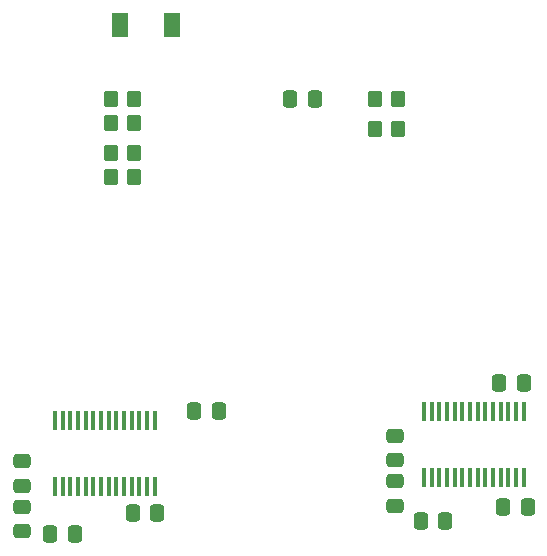
<source format=gbr>
%TF.GenerationSoftware,KiCad,Pcbnew,7.0.1*%
%TF.CreationDate,2023-04-02T16:12:04-04:00*%
%TF.ProjectId,board_v2,626f6172-645f-4763-922e-6b696361645f,rev?*%
%TF.SameCoordinates,Original*%
%TF.FileFunction,Paste,Top*%
%TF.FilePolarity,Positive*%
%FSLAX46Y46*%
G04 Gerber Fmt 4.6, Leading zero omitted, Abs format (unit mm)*
G04 Created by KiCad (PCBNEW 7.0.1) date 2023-04-02 16:12:04*
%MOMM*%
%LPD*%
G01*
G04 APERTURE LIST*
G04 Aperture macros list*
%AMRoundRect*
0 Rectangle with rounded corners*
0 $1 Rounding radius*
0 $2 $3 $4 $5 $6 $7 $8 $9 X,Y pos of 4 corners*
0 Add a 4 corners polygon primitive as box body*
4,1,4,$2,$3,$4,$5,$6,$7,$8,$9,$2,$3,0*
0 Add four circle primitives for the rounded corners*
1,1,$1+$1,$2,$3*
1,1,$1+$1,$4,$5*
1,1,$1+$1,$6,$7*
1,1,$1+$1,$8,$9*
0 Add four rect primitives between the rounded corners*
20,1,$1+$1,$2,$3,$4,$5,0*
20,1,$1+$1,$4,$5,$6,$7,0*
20,1,$1+$1,$6,$7,$8,$9,0*
20,1,$1+$1,$8,$9,$2,$3,0*%
G04 Aperture macros list end*
%ADD10C,0.010000*%
%ADD11RoundRect,0.250000X-0.337500X-0.475000X0.337500X-0.475000X0.337500X0.475000X-0.337500X0.475000X0*%
%ADD12RoundRect,0.250000X0.350000X0.450000X-0.350000X0.450000X-0.350000X-0.450000X0.350000X-0.450000X0*%
%ADD13RoundRect,0.250000X0.337500X0.475000X-0.337500X0.475000X-0.337500X-0.475000X0.337500X-0.475000X0*%
%ADD14RoundRect,0.250000X-0.475000X0.337500X-0.475000X-0.337500X0.475000X-0.337500X0.475000X0.337500X0*%
%ADD15RoundRect,0.250000X-0.350000X-0.450000X0.350000X-0.450000X0.350000X0.450000X-0.350000X0.450000X0*%
%ADD16R,1.400000X2.100000*%
G04 APERTURE END LIST*
%TO.C,U5*%
D10*
X114018000Y-109227000D02*
X113768000Y-109227000D01*
X113768000Y-107677000D01*
X114018000Y-107677000D01*
X114018000Y-109227000D01*
G36*
X114018000Y-109227000D02*
G01*
X113768000Y-109227000D01*
X113768000Y-107677000D01*
X114018000Y-107677000D01*
X114018000Y-109227000D01*
G37*
X114668000Y-114827000D02*
X114418000Y-114827000D01*
X114418000Y-113277000D01*
X114668000Y-113277000D01*
X114668000Y-114827000D01*
G36*
X114668000Y-114827000D02*
G01*
X114418000Y-114827000D01*
X114418000Y-113277000D01*
X114668000Y-113277000D01*
X114668000Y-114827000D01*
G37*
X111418000Y-114827000D02*
X111168000Y-114827000D01*
X111168000Y-113277000D01*
X111418000Y-113277000D01*
X111418000Y-114827000D01*
G36*
X111418000Y-114827000D02*
G01*
X111168000Y-114827000D01*
X111168000Y-113277000D01*
X111418000Y-113277000D01*
X111418000Y-114827000D01*
G37*
X116618000Y-109227000D02*
X116368000Y-109227000D01*
X116368000Y-107677000D01*
X116618000Y-107677000D01*
X116618000Y-109227000D01*
G36*
X116618000Y-109227000D02*
G01*
X116368000Y-109227000D01*
X116368000Y-107677000D01*
X116618000Y-107677000D01*
X116618000Y-109227000D01*
G37*
X112718000Y-114827000D02*
X112468000Y-114827000D01*
X112468000Y-113277000D01*
X112718000Y-113277000D01*
X112718000Y-114827000D01*
G36*
X112718000Y-114827000D02*
G01*
X112468000Y-114827000D01*
X112468000Y-113277000D01*
X112718000Y-113277000D01*
X112718000Y-114827000D01*
G37*
X112068000Y-109227000D02*
X111818000Y-109227000D01*
X111818000Y-107677000D01*
X112068000Y-107677000D01*
X112068000Y-109227000D01*
G36*
X112068000Y-109227000D02*
G01*
X111818000Y-109227000D01*
X111818000Y-107677000D01*
X112068000Y-107677000D01*
X112068000Y-109227000D01*
G37*
X116618000Y-114827000D02*
X116368000Y-114827000D01*
X116368000Y-113277000D01*
X116618000Y-113277000D01*
X116618000Y-114827000D01*
G36*
X116618000Y-114827000D02*
G01*
X116368000Y-114827000D01*
X116368000Y-113277000D01*
X116618000Y-113277000D01*
X116618000Y-114827000D01*
G37*
X109468000Y-114827000D02*
X109218000Y-114827000D01*
X109218000Y-113277000D01*
X109468000Y-113277000D01*
X109468000Y-114827000D01*
G36*
X109468000Y-114827000D02*
G01*
X109218000Y-114827000D01*
X109218000Y-113277000D01*
X109468000Y-113277000D01*
X109468000Y-114827000D01*
G37*
X114018000Y-114827000D02*
X113768000Y-114827000D01*
X113768000Y-113277000D01*
X114018000Y-113277000D01*
X114018000Y-114827000D01*
G36*
X114018000Y-114827000D02*
G01*
X113768000Y-114827000D01*
X113768000Y-113277000D01*
X114018000Y-113277000D01*
X114018000Y-114827000D01*
G37*
X110118000Y-109227000D02*
X109868000Y-109227000D01*
X109868000Y-107677000D01*
X110118000Y-107677000D01*
X110118000Y-109227000D01*
G36*
X110118000Y-109227000D02*
G01*
X109868000Y-109227000D01*
X109868000Y-107677000D01*
X110118000Y-107677000D01*
X110118000Y-109227000D01*
G37*
X114668000Y-109227000D02*
X114418000Y-109227000D01*
X114418000Y-107677000D01*
X114668000Y-107677000D01*
X114668000Y-109227000D01*
G36*
X114668000Y-109227000D02*
G01*
X114418000Y-109227000D01*
X114418000Y-107677000D01*
X114668000Y-107677000D01*
X114668000Y-109227000D01*
G37*
X110768000Y-114827000D02*
X110518000Y-114827000D01*
X110518000Y-113277000D01*
X110768000Y-113277000D01*
X110768000Y-114827000D01*
G36*
X110768000Y-114827000D02*
G01*
X110518000Y-114827000D01*
X110518000Y-113277000D01*
X110768000Y-113277000D01*
X110768000Y-114827000D01*
G37*
X115318000Y-109227000D02*
X115068000Y-109227000D01*
X115068000Y-107677000D01*
X115318000Y-107677000D01*
X115318000Y-109227000D01*
G36*
X115318000Y-109227000D02*
G01*
X115068000Y-109227000D01*
X115068000Y-107677000D01*
X115318000Y-107677000D01*
X115318000Y-109227000D01*
G37*
X108168000Y-109227000D02*
X107918000Y-109227000D01*
X107918000Y-107677000D01*
X108168000Y-107677000D01*
X108168000Y-109227000D01*
G36*
X108168000Y-109227000D02*
G01*
X107918000Y-109227000D01*
X107918000Y-107677000D01*
X108168000Y-107677000D01*
X108168000Y-109227000D01*
G37*
X113368000Y-114827000D02*
X113118000Y-114827000D01*
X113118000Y-113277000D01*
X113368000Y-113277000D01*
X113368000Y-114827000D01*
G36*
X113368000Y-114827000D02*
G01*
X113118000Y-114827000D01*
X113118000Y-113277000D01*
X113368000Y-113277000D01*
X113368000Y-114827000D01*
G37*
X109468000Y-109227000D02*
X109218000Y-109227000D01*
X109218000Y-107677000D01*
X109468000Y-107677000D01*
X109468000Y-109227000D01*
G36*
X109468000Y-109227000D02*
G01*
X109218000Y-109227000D01*
X109218000Y-107677000D01*
X109468000Y-107677000D01*
X109468000Y-109227000D01*
G37*
X113368000Y-109227000D02*
X113118000Y-109227000D01*
X113118000Y-107677000D01*
X113368000Y-107677000D01*
X113368000Y-109227000D01*
G36*
X113368000Y-109227000D02*
G01*
X113118000Y-109227000D01*
X113118000Y-107677000D01*
X113368000Y-107677000D01*
X113368000Y-109227000D01*
G37*
X110768000Y-109227000D02*
X110518000Y-109227000D01*
X110518000Y-107677000D01*
X110768000Y-107677000D01*
X110768000Y-109227000D01*
G36*
X110768000Y-109227000D02*
G01*
X110518000Y-109227000D01*
X110518000Y-107677000D01*
X110768000Y-107677000D01*
X110768000Y-109227000D01*
G37*
X108168000Y-114827000D02*
X107918000Y-114827000D01*
X107918000Y-113277000D01*
X108168000Y-113277000D01*
X108168000Y-114827000D01*
G36*
X108168000Y-114827000D02*
G01*
X107918000Y-114827000D01*
X107918000Y-113277000D01*
X108168000Y-113277000D01*
X108168000Y-114827000D01*
G37*
X115968000Y-114827000D02*
X115718000Y-114827000D01*
X115718000Y-113277000D01*
X115968000Y-113277000D01*
X115968000Y-114827000D01*
G36*
X115968000Y-114827000D02*
G01*
X115718000Y-114827000D01*
X115718000Y-113277000D01*
X115968000Y-113277000D01*
X115968000Y-114827000D01*
G37*
X112068000Y-114827000D02*
X111818000Y-114827000D01*
X111818000Y-113277000D01*
X112068000Y-113277000D01*
X112068000Y-114827000D01*
G36*
X112068000Y-114827000D02*
G01*
X111818000Y-114827000D01*
X111818000Y-113277000D01*
X112068000Y-113277000D01*
X112068000Y-114827000D01*
G37*
X115318000Y-114827000D02*
X115068000Y-114827000D01*
X115068000Y-113277000D01*
X115318000Y-113277000D01*
X115318000Y-114827000D01*
G36*
X115318000Y-114827000D02*
G01*
X115068000Y-114827000D01*
X115068000Y-113277000D01*
X115318000Y-113277000D01*
X115318000Y-114827000D01*
G37*
X115968000Y-109227000D02*
X115718000Y-109227000D01*
X115718000Y-107677000D01*
X115968000Y-107677000D01*
X115968000Y-109227000D01*
G36*
X115968000Y-109227000D02*
G01*
X115718000Y-109227000D01*
X115718000Y-107677000D01*
X115968000Y-107677000D01*
X115968000Y-109227000D01*
G37*
X111418000Y-109227000D02*
X111168000Y-109227000D01*
X111168000Y-107677000D01*
X111418000Y-107677000D01*
X111418000Y-109227000D01*
G36*
X111418000Y-109227000D02*
G01*
X111168000Y-109227000D01*
X111168000Y-107677000D01*
X111418000Y-107677000D01*
X111418000Y-109227000D01*
G37*
X110118000Y-114827000D02*
X109868000Y-114827000D01*
X109868000Y-113277000D01*
X110118000Y-113277000D01*
X110118000Y-114827000D01*
G36*
X110118000Y-114827000D02*
G01*
X109868000Y-114827000D01*
X109868000Y-113277000D01*
X110118000Y-113277000D01*
X110118000Y-114827000D01*
G37*
X108818000Y-114827000D02*
X108568000Y-114827000D01*
X108568000Y-113277000D01*
X108818000Y-113277000D01*
X108818000Y-114827000D01*
G36*
X108818000Y-114827000D02*
G01*
X108568000Y-114827000D01*
X108568000Y-113277000D01*
X108818000Y-113277000D01*
X108818000Y-114827000D01*
G37*
X112718000Y-109227000D02*
X112468000Y-109227000D01*
X112468000Y-107677000D01*
X112718000Y-107677000D01*
X112718000Y-109227000D01*
G36*
X112718000Y-109227000D02*
G01*
X112468000Y-109227000D01*
X112468000Y-107677000D01*
X112718000Y-107677000D01*
X112718000Y-109227000D01*
G37*
X108818000Y-109227000D02*
X108568000Y-109227000D01*
X108568000Y-107677000D01*
X108818000Y-107677000D01*
X108818000Y-109227000D01*
G36*
X108818000Y-109227000D02*
G01*
X108568000Y-109227000D01*
X108568000Y-107677000D01*
X108818000Y-107677000D01*
X108818000Y-109227000D01*
G37*
%TO.C,U3*%
X145910000Y-114065000D02*
X145660000Y-114065000D01*
X145660000Y-112515000D01*
X145910000Y-112515000D01*
X145910000Y-114065000D01*
G36*
X145910000Y-114065000D02*
G01*
X145660000Y-114065000D01*
X145660000Y-112515000D01*
X145910000Y-112515000D01*
X145910000Y-114065000D01*
G37*
X147210000Y-114065000D02*
X146960000Y-114065000D01*
X146960000Y-112515000D01*
X147210000Y-112515000D01*
X147210000Y-114065000D01*
G36*
X147210000Y-114065000D02*
G01*
X146960000Y-114065000D01*
X146960000Y-112515000D01*
X147210000Y-112515000D01*
X147210000Y-114065000D01*
G37*
X140060000Y-114065000D02*
X139810000Y-114065000D01*
X139810000Y-112515000D01*
X140060000Y-112515000D01*
X140060000Y-114065000D01*
G36*
X140060000Y-114065000D02*
G01*
X139810000Y-114065000D01*
X139810000Y-112515000D01*
X140060000Y-112515000D01*
X140060000Y-114065000D01*
G37*
X143960000Y-108465000D02*
X143710000Y-108465000D01*
X143710000Y-106915000D01*
X143960000Y-106915000D01*
X143960000Y-108465000D01*
G36*
X143960000Y-108465000D02*
G01*
X143710000Y-108465000D01*
X143710000Y-106915000D01*
X143960000Y-106915000D01*
X143960000Y-108465000D01*
G37*
X145260000Y-108465000D02*
X145010000Y-108465000D01*
X145010000Y-106915000D01*
X145260000Y-106915000D01*
X145260000Y-108465000D01*
G36*
X145260000Y-108465000D02*
G01*
X145010000Y-108465000D01*
X145010000Y-106915000D01*
X145260000Y-106915000D01*
X145260000Y-108465000D01*
G37*
X140060000Y-108465000D02*
X139810000Y-108465000D01*
X139810000Y-106915000D01*
X140060000Y-106915000D01*
X140060000Y-108465000D01*
G36*
X140060000Y-108465000D02*
G01*
X139810000Y-108465000D01*
X139810000Y-106915000D01*
X140060000Y-106915000D01*
X140060000Y-108465000D01*
G37*
X146560000Y-114065000D02*
X146310000Y-114065000D01*
X146310000Y-112515000D01*
X146560000Y-112515000D01*
X146560000Y-114065000D01*
G36*
X146560000Y-114065000D02*
G01*
X146310000Y-114065000D01*
X146310000Y-112515000D01*
X146560000Y-112515000D01*
X146560000Y-114065000D01*
G37*
X147210000Y-108465000D02*
X146960000Y-108465000D01*
X146960000Y-106915000D01*
X147210000Y-106915000D01*
X147210000Y-108465000D01*
G36*
X147210000Y-108465000D02*
G01*
X146960000Y-108465000D01*
X146960000Y-106915000D01*
X147210000Y-106915000D01*
X147210000Y-108465000D01*
G37*
X147860000Y-114065000D02*
X147610000Y-114065000D01*
X147610000Y-112515000D01*
X147860000Y-112515000D01*
X147860000Y-114065000D01*
G36*
X147860000Y-114065000D02*
G01*
X147610000Y-114065000D01*
X147610000Y-112515000D01*
X147860000Y-112515000D01*
X147860000Y-114065000D01*
G37*
X143310000Y-114065000D02*
X143060000Y-114065000D01*
X143060000Y-112515000D01*
X143310000Y-112515000D01*
X143310000Y-114065000D01*
G36*
X143310000Y-114065000D02*
G01*
X143060000Y-114065000D01*
X143060000Y-112515000D01*
X143310000Y-112515000D01*
X143310000Y-114065000D01*
G37*
X144610000Y-108465000D02*
X144360000Y-108465000D01*
X144360000Y-106915000D01*
X144610000Y-106915000D01*
X144610000Y-108465000D01*
G36*
X144610000Y-108465000D02*
G01*
X144360000Y-108465000D01*
X144360000Y-106915000D01*
X144610000Y-106915000D01*
X144610000Y-108465000D01*
G37*
X139410000Y-114065000D02*
X139160000Y-114065000D01*
X139160000Y-112515000D01*
X139410000Y-112515000D01*
X139410000Y-114065000D01*
G36*
X139410000Y-114065000D02*
G01*
X139160000Y-114065000D01*
X139160000Y-112515000D01*
X139410000Y-112515000D01*
X139410000Y-114065000D01*
G37*
X145910000Y-108465000D02*
X145660000Y-108465000D01*
X145660000Y-106915000D01*
X145910000Y-106915000D01*
X145910000Y-108465000D01*
G36*
X145910000Y-108465000D02*
G01*
X145660000Y-108465000D01*
X145660000Y-106915000D01*
X145910000Y-106915000D01*
X145910000Y-108465000D01*
G37*
X141360000Y-114065000D02*
X141110000Y-114065000D01*
X141110000Y-112515000D01*
X141360000Y-112515000D01*
X141360000Y-114065000D01*
G36*
X141360000Y-114065000D02*
G01*
X141110000Y-114065000D01*
X141110000Y-112515000D01*
X141360000Y-112515000D01*
X141360000Y-114065000D01*
G37*
X147860000Y-108465000D02*
X147610000Y-108465000D01*
X147610000Y-106915000D01*
X147860000Y-106915000D01*
X147860000Y-108465000D01*
G36*
X147860000Y-108465000D02*
G01*
X147610000Y-108465000D01*
X147610000Y-106915000D01*
X147860000Y-106915000D01*
X147860000Y-108465000D01*
G37*
X140710000Y-108465000D02*
X140460000Y-108465000D01*
X140460000Y-106915000D01*
X140710000Y-106915000D01*
X140710000Y-108465000D01*
G36*
X140710000Y-108465000D02*
G01*
X140460000Y-108465000D01*
X140460000Y-106915000D01*
X140710000Y-106915000D01*
X140710000Y-108465000D01*
G37*
X146560000Y-108465000D02*
X146310000Y-108465000D01*
X146310000Y-106915000D01*
X146560000Y-106915000D01*
X146560000Y-108465000D01*
G36*
X146560000Y-108465000D02*
G01*
X146310000Y-108465000D01*
X146310000Y-106915000D01*
X146560000Y-106915000D01*
X146560000Y-108465000D01*
G37*
X139410000Y-108465000D02*
X139160000Y-108465000D01*
X139160000Y-106915000D01*
X139410000Y-106915000D01*
X139410000Y-108465000D01*
G36*
X139410000Y-108465000D02*
G01*
X139160000Y-108465000D01*
X139160000Y-106915000D01*
X139410000Y-106915000D01*
X139410000Y-108465000D01*
G37*
X142010000Y-114065000D02*
X141760000Y-114065000D01*
X141760000Y-112515000D01*
X142010000Y-112515000D01*
X142010000Y-114065000D01*
G36*
X142010000Y-114065000D02*
G01*
X141760000Y-114065000D01*
X141760000Y-112515000D01*
X142010000Y-112515000D01*
X142010000Y-114065000D01*
G37*
X141360000Y-108465000D02*
X141110000Y-108465000D01*
X141110000Y-106915000D01*
X141360000Y-106915000D01*
X141360000Y-108465000D01*
G36*
X141360000Y-108465000D02*
G01*
X141110000Y-108465000D01*
X141110000Y-106915000D01*
X141360000Y-106915000D01*
X141360000Y-108465000D01*
G37*
X142660000Y-114065000D02*
X142410000Y-114065000D01*
X142410000Y-112515000D01*
X142660000Y-112515000D01*
X142660000Y-114065000D01*
G36*
X142660000Y-114065000D02*
G01*
X142410000Y-114065000D01*
X142410000Y-112515000D01*
X142660000Y-112515000D01*
X142660000Y-114065000D01*
G37*
X143310000Y-108465000D02*
X143060000Y-108465000D01*
X143060000Y-106915000D01*
X143310000Y-106915000D01*
X143310000Y-108465000D01*
G36*
X143310000Y-108465000D02*
G01*
X143060000Y-108465000D01*
X143060000Y-106915000D01*
X143310000Y-106915000D01*
X143310000Y-108465000D01*
G37*
X142010000Y-108465000D02*
X141760000Y-108465000D01*
X141760000Y-106915000D01*
X142010000Y-106915000D01*
X142010000Y-108465000D01*
G36*
X142010000Y-108465000D02*
G01*
X141760000Y-108465000D01*
X141760000Y-106915000D01*
X142010000Y-106915000D01*
X142010000Y-108465000D01*
G37*
X140710000Y-114065000D02*
X140460000Y-114065000D01*
X140460000Y-112515000D01*
X140710000Y-112515000D01*
X140710000Y-114065000D01*
G36*
X140710000Y-114065000D02*
G01*
X140460000Y-114065000D01*
X140460000Y-112515000D01*
X140710000Y-112515000D01*
X140710000Y-114065000D01*
G37*
X143960000Y-114065000D02*
X143710000Y-114065000D01*
X143710000Y-112515000D01*
X143960000Y-112515000D01*
X143960000Y-114065000D01*
G36*
X143960000Y-114065000D02*
G01*
X143710000Y-114065000D01*
X143710000Y-112515000D01*
X143960000Y-112515000D01*
X143960000Y-114065000D01*
G37*
X144610000Y-114065000D02*
X144360000Y-114065000D01*
X144360000Y-112515000D01*
X144610000Y-112515000D01*
X144610000Y-114065000D01*
G36*
X144610000Y-114065000D02*
G01*
X144360000Y-114065000D01*
X144360000Y-112515000D01*
X144610000Y-112515000D01*
X144610000Y-114065000D01*
G37*
X142660000Y-108465000D02*
X142410000Y-108465000D01*
X142410000Y-106915000D01*
X142660000Y-106915000D01*
X142660000Y-108465000D01*
G36*
X142660000Y-108465000D02*
G01*
X142410000Y-108465000D01*
X142410000Y-106915000D01*
X142660000Y-106915000D01*
X142660000Y-108465000D01*
G37*
X145260000Y-114065000D02*
X145010000Y-114065000D01*
X145010000Y-112515000D01*
X145260000Y-112515000D01*
X145260000Y-114065000D01*
G36*
X145260000Y-114065000D02*
G01*
X145010000Y-114065000D01*
X145010000Y-112515000D01*
X145260000Y-112515000D01*
X145260000Y-114065000D01*
G37*
%TD*%
D11*
%TO.C,C5*%
X145698330Y-105332110D03*
X147773330Y-105332110D03*
%TD*%
%TO.C,C9*%
X107674500Y-118110000D03*
X109749500Y-118110000D03*
%TD*%
D12*
%TO.C,R1*%
X137160000Y-83820000D03*
X135160000Y-83820000D03*
%TD*%
D11*
%TO.C,C2*%
X139043500Y-116967000D03*
X141118500Y-116967000D03*
%TD*%
D13*
%TO.C,C3*%
X148103500Y-115773200D03*
X146028500Y-115773200D03*
%TD*%
D14*
%TO.C,C10*%
X105257600Y-115802500D03*
X105257600Y-117877500D03*
%TD*%
D12*
%TO.C,R2*%
X137160000Y-81280000D03*
X135160000Y-81280000D03*
%TD*%
D13*
%TO.C,C8*%
X116759900Y-116281200D03*
X114684900Y-116281200D03*
%TD*%
D14*
%TO.C,C7*%
X105257600Y-111941700D03*
X105257600Y-114016700D03*
%TD*%
D15*
%TO.C,R3*%
X112792000Y-85852000D03*
X114792000Y-85852000D03*
%TD*%
D16*
%TO.C,D1*%
X113576732Y-75003589D03*
X117976732Y-75003589D03*
%TD*%
D13*
%TO.C,C13*%
X130069500Y-81280000D03*
X127994500Y-81280000D03*
%TD*%
D12*
%TO.C,R4*%
X114792000Y-87884000D03*
X112792000Y-87884000D03*
%TD*%
D15*
%TO.C,R5*%
X114792000Y-81280000D03*
X112792000Y-81280000D03*
%TD*%
D11*
%TO.C,C11*%
X119866500Y-107696000D03*
X121941500Y-107696000D03*
%TD*%
D14*
%TO.C,C1*%
X136906000Y-109757300D03*
X136906000Y-111832300D03*
%TD*%
%TO.C,C4*%
X136906000Y-113643500D03*
X136906000Y-115718500D03*
%TD*%
D15*
%TO.C,R6*%
X112792000Y-83312000D03*
X114792000Y-83312000D03*
%TD*%
M02*

</source>
